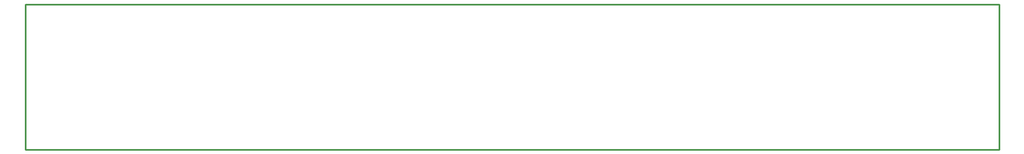
<source format=gbr>
G04 EAGLE Gerber X2 export*
%TF.Part,Single*%
%TF.FileFunction,Profile,NP*%
%TF.FilePolarity,Positive*%
%TF.GenerationSoftware,Autodesk,EAGLE,9.1.0*%
%TF.CreationDate,2018-10-14T09:45:26Z*%
G75*
%MOMM*%
%FSLAX34Y34*%
%LPD*%
%AMOC8*
5,1,8,0,0,1.08239X$1,22.5*%
G01*
%ADD10C,0.254000*%


D10*
X0Y0D02*
X1493520Y0D01*
X1493520Y223520D01*
X0Y223520D01*
X0Y0D01*
M02*

</source>
